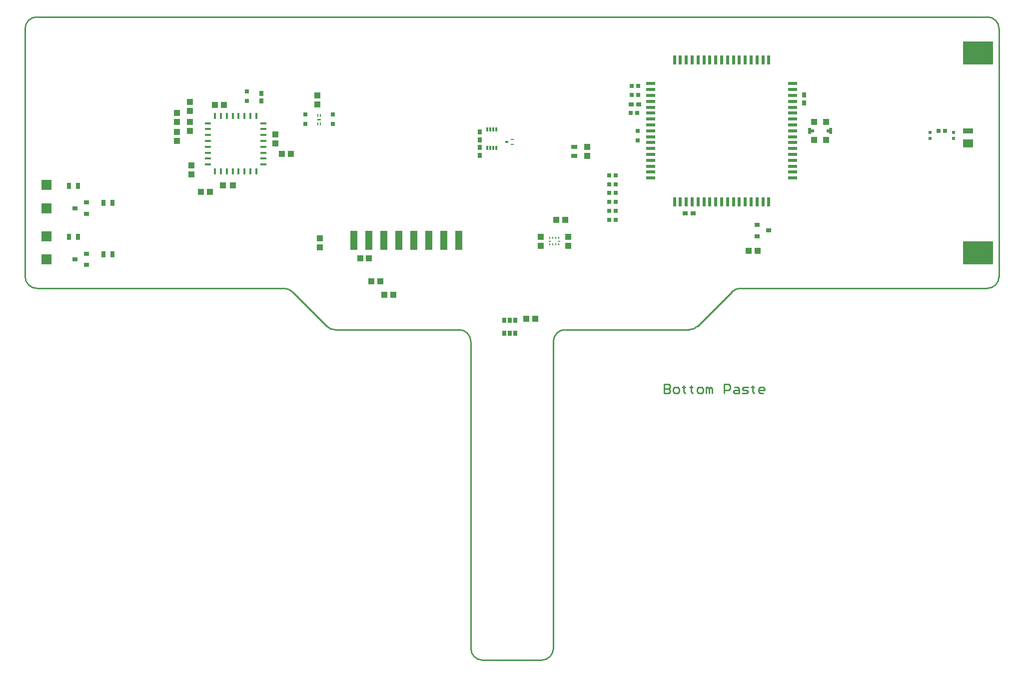
<source format=gbp>
G04 Layer_Color=128*
%FSLAX43Y43*%
%MOMM*%
G71*
G01*
G75*
%ADD11R,0.750X0.700*%
%ADD12R,1.020X1.020*%
%ADD14R,0.900X0.700*%
%ADD18R,0.700X1.000*%
%ADD22R,1.020X1.020*%
%ADD27R,0.700X0.900*%
%ADD28R,0.800X0.800*%
%ADD45C,0.254*%
%ADD62R,1.100X1.000*%
%ADD63R,0.350X1.000*%
%ADD64R,1.000X0.350*%
%ADD65R,0.520X0.360*%
%ADD66R,0.520X0.270*%
%ADD67R,0.300X0.800*%
%ADD68R,0.350X0.250*%
%ADD69R,0.250X0.350*%
%ADD70R,1.600X0.600*%
%ADD71R,0.600X1.600*%
%ADD72R,1.778X1.778*%
%ADD73R,1.270X3.175*%
%ADD74R,0.500X0.500*%
%ADD75R,0.525X1.000*%
%ADD76R,1.000X1.000*%
%ADD77R,0.599X0.500*%
%ADD78R,0.900X0.800*%
%ADD79R,1.000X0.700*%
%ADD83R,0.250X0.500*%
%ADD160R,0.650X0.950*%
%ADD161R,5.150X3.950*%
%ADD162R,1.750X0.950*%
%ADD163R,1.700X1.400*%
G36*
X-32400Y86450D02*
X-33000D01*
Y86750D01*
X-32400D01*
Y86450D01*
D02*
G37*
D11*
X17575Y71150D02*
D03*
X16425D02*
D03*
X17575Y72650D02*
D03*
X16425D02*
D03*
X73375Y84700D02*
D03*
X72225D02*
D03*
X17575Y74150D02*
D03*
X16425D02*
D03*
X17575Y69650D02*
D03*
X16425D02*
D03*
X17575Y75660D02*
D03*
X16425D02*
D03*
X17575Y77160D02*
D03*
X16425D02*
D03*
X20063Y87694D02*
D03*
X21213D02*
D03*
X20225Y90800D02*
D03*
X21375D02*
D03*
X20225Y92300D02*
D03*
X21375D02*
D03*
D12*
X-52718Y74316D02*
D03*
X-51198D02*
D03*
X-48803Y89107D02*
D03*
X-50323D02*
D03*
X-38991Y80765D02*
D03*
X-37471D02*
D03*
X2424Y52831D02*
D03*
X3944D02*
D03*
X-23825Y59199D02*
D03*
X-22305D02*
D03*
X-21611Y56939D02*
D03*
X-20091D02*
D03*
X-24235Y63083D02*
D03*
X-25755D02*
D03*
X40040Y64400D02*
D03*
X41560D02*
D03*
X8998Y69593D02*
D03*
X7478D02*
D03*
D14*
X29350Y70714D02*
D03*
X30650D02*
D03*
X20175Y89200D02*
D03*
X21475D02*
D03*
D18*
X-69250Y72500D02*
D03*
X-67750D02*
D03*
X-69250Y63800D02*
D03*
X-67750D02*
D03*
X-73550Y66700D02*
D03*
X-75050D02*
D03*
X-73550Y75400D02*
D03*
X-75050D02*
D03*
D22*
X-54339Y77288D02*
D03*
Y78808D02*
D03*
X-54589Y88067D02*
D03*
Y89587D02*
D03*
Y84724D02*
D03*
Y86244D02*
D03*
X-56804Y86229D02*
D03*
Y87749D02*
D03*
X-56790Y82983D02*
D03*
Y84503D02*
D03*
X-40126Y82591D02*
D03*
Y84111D02*
D03*
X-32546Y64947D02*
D03*
Y66467D02*
D03*
X9484Y65222D02*
D03*
Y66742D02*
D03*
X12700Y81960D02*
D03*
Y80440D02*
D03*
X-33000Y89140D02*
D03*
Y90660D02*
D03*
X4811Y65186D02*
D03*
Y66706D02*
D03*
D27*
X-42481Y89730D02*
D03*
Y91030D02*
D03*
X-5460Y84491D02*
D03*
Y83191D02*
D03*
X-5447Y81849D02*
D03*
Y80549D02*
D03*
X49500Y89450D02*
D03*
Y90750D02*
D03*
D28*
X-44967Y89746D02*
D03*
Y91346D02*
D03*
X21250Y84700D02*
D03*
Y83100D02*
D03*
X-35000Y85900D02*
D03*
Y87500D02*
D03*
X-30400Y85900D02*
D03*
Y87500D02*
D03*
D45*
X25800Y41724D02*
Y40200D01*
X26562D01*
X26816Y40454D01*
Y40708D01*
X26562Y40962D01*
X25800D01*
X26562D01*
X26816Y41216D01*
Y41470D01*
X26562Y41724D01*
X25800D01*
X27577Y40200D02*
X28085D01*
X28339Y40454D01*
Y40962D01*
X28085Y41216D01*
X27577D01*
X27324Y40962D01*
Y40454D01*
X27577Y40200D01*
X29101Y41470D02*
Y41216D01*
X28847D01*
X29355D01*
X29101D01*
Y40454D01*
X29355Y40200D01*
X30371Y41470D02*
Y41216D01*
X30117D01*
X30624D01*
X30371D01*
Y40454D01*
X30624Y40200D01*
X31640D02*
X32148D01*
X32402Y40454D01*
Y40962D01*
X32148Y41216D01*
X31640D01*
X31386Y40962D01*
Y40454D01*
X31640Y40200D01*
X32910D02*
Y41216D01*
X33164D01*
X33418Y40962D01*
Y40200D01*
Y40962D01*
X33671Y41216D01*
X33925Y40962D01*
Y40200D01*
X35957D02*
Y41724D01*
X36718D01*
X36972Y41470D01*
Y40962D01*
X36718Y40708D01*
X35957D01*
X37734Y41216D02*
X38242D01*
X38496Y40962D01*
Y40200D01*
X37734D01*
X37480Y40454D01*
X37734Y40708D01*
X38496D01*
X39004Y40200D02*
X39765D01*
X40019Y40454D01*
X39765Y40708D01*
X39258D01*
X39004Y40962D01*
X39258Y41216D01*
X40019D01*
X40781Y41470D02*
Y41216D01*
X40527D01*
X41035D01*
X40781D01*
Y40454D01*
X41035Y40200D01*
X42559D02*
X42051D01*
X41797Y40454D01*
Y40962D01*
X42051Y41216D01*
X42559D01*
X42812Y40962D01*
Y40708D01*
X41797D01*
X5000Y-5000D02*
G03*
X7000Y-3000I0J2000D01*
G01*
X-7000D02*
G03*
X-5000Y-5000I2000J0D01*
G01*
X-7000Y49000D02*
G03*
X-9000Y51000I-2000J0D01*
G01*
X-31414Y51586D02*
G03*
X-30000Y51000I1414J1414D01*
G01*
X-37243Y57414D02*
G03*
X-38657Y58000I-1414J-1414D01*
G01*
X-82500Y60000D02*
G03*
X-80500Y58000I2000J0D01*
G01*
Y104000D02*
G03*
X-82500Y102000I0J-2000D01*
G01*
X82500D02*
G03*
X80500Y104000I-2000J0D01*
G01*
Y58000D02*
G03*
X82500Y60000I0J2000D01*
G01*
X38657Y58000D02*
G03*
X37243Y57414I0J-2000D01*
G01*
X30000Y51000D02*
G03*
X31414Y51586I0J2000D01*
G01*
X9000Y51000D02*
G03*
X7000Y49000I0J-2000D01*
G01*
X7000Y-3000D02*
Y49000D01*
X-5000Y-5000D02*
X5000D01*
X-7000Y-3000D02*
Y49000D01*
X-30000Y51000D02*
X-9000D01*
X-37243Y57414D02*
X-31414Y51586D01*
X-80500Y58000D02*
X-38657D01*
X-82500Y60000D02*
Y102000D01*
X-80500Y104000D02*
X80500D01*
X82500Y60000D02*
Y102000D01*
X38657Y58000D02*
X80500D01*
X31414Y51586D02*
X37243Y57414D01*
X9000Y51000D02*
X30000D01*
D62*
X-48963Y75457D02*
D03*
X-47263D02*
D03*
D63*
X-50331Y77789D02*
D03*
X-49331D02*
D03*
X-48331D02*
D03*
X-47331D02*
D03*
X-46331D02*
D03*
X-45331D02*
D03*
X-44331D02*
D03*
X-43331D02*
D03*
X-50331Y87189D02*
D03*
X-49331D02*
D03*
X-48331D02*
D03*
X-47331D02*
D03*
X-46331D02*
D03*
X-45331D02*
D03*
X-44331D02*
D03*
X-43331D02*
D03*
D64*
X-51531Y78989D02*
D03*
Y79989D02*
D03*
Y80989D02*
D03*
Y81989D02*
D03*
Y82989D02*
D03*
Y83989D02*
D03*
Y84989D02*
D03*
Y85989D02*
D03*
X-42131Y78989D02*
D03*
Y79989D02*
D03*
Y80989D02*
D03*
Y81989D02*
D03*
Y82989D02*
D03*
Y83989D02*
D03*
Y84989D02*
D03*
Y85989D02*
D03*
D65*
X-943Y82805D02*
D03*
D66*
X57Y83205D02*
D03*
Y82405D02*
D03*
D67*
X-4182Y81816D02*
D03*
X-3682D02*
D03*
X-3182D02*
D03*
X-2682D02*
D03*
Y84916D02*
D03*
X-3182D02*
D03*
X-3682D02*
D03*
X-4182D02*
D03*
D68*
X7966Y65981D02*
D03*
X6346D02*
D03*
D69*
X6906Y65421D02*
D03*
Y66541D02*
D03*
X7906D02*
D03*
X7406D02*
D03*
X6406D02*
D03*
Y65421D02*
D03*
X7906D02*
D03*
X7406D02*
D03*
D70*
X47500Y76700D02*
D03*
Y77700D02*
D03*
Y78700D02*
D03*
Y79700D02*
D03*
Y80700D02*
D03*
Y81700D02*
D03*
Y82700D02*
D03*
Y83700D02*
D03*
Y84700D02*
D03*
Y85700D02*
D03*
Y86700D02*
D03*
Y87700D02*
D03*
Y88700D02*
D03*
Y89700D02*
D03*
Y90700D02*
D03*
Y91700D02*
D03*
Y92700D02*
D03*
X23500Y92700D02*
D03*
Y91700D02*
D03*
Y90700D02*
D03*
Y89700D02*
D03*
Y88700D02*
D03*
Y87700D02*
D03*
Y86700D02*
D03*
Y85700D02*
D03*
Y84700D02*
D03*
Y83700D02*
D03*
Y82700D02*
D03*
Y81700D02*
D03*
Y80700D02*
D03*
Y79700D02*
D03*
Y78700D02*
D03*
Y77700D02*
D03*
Y76700D02*
D03*
D71*
X43500Y96700D02*
D03*
X42500D02*
D03*
X41500D02*
D03*
X40500D02*
D03*
X39500D02*
D03*
X38500D02*
D03*
X37500D02*
D03*
X36500D02*
D03*
X35500D02*
D03*
X34500D02*
D03*
X33500D02*
D03*
X32500D02*
D03*
X31500D02*
D03*
X30500D02*
D03*
X29500D02*
D03*
X28500D02*
D03*
X27500D02*
D03*
X27500Y72700D02*
D03*
X28500D02*
D03*
X29500D02*
D03*
X30500D02*
D03*
X31500D02*
D03*
X32500D02*
D03*
X33500D02*
D03*
X34500D02*
D03*
X35500D02*
D03*
X36500D02*
D03*
X37500D02*
D03*
X38500D02*
D03*
X39500D02*
D03*
X40500D02*
D03*
X41500D02*
D03*
X42500D02*
D03*
X43500D02*
D03*
D72*
X-78900Y71592D02*
D03*
Y75529D02*
D03*
Y62892D02*
D03*
Y66829D02*
D03*
D73*
X-26786Y66136D02*
D03*
X-24246Y66136D02*
D03*
X-21706Y66136D02*
D03*
X-19166Y66136D02*
D03*
X-16626Y66136D02*
D03*
X-14086Y66136D02*
D03*
X-9006D02*
D03*
X-11546Y66136D02*
D03*
D74*
X53500Y84700D02*
D03*
X50900D02*
D03*
D75*
X53975D02*
D03*
X50425D02*
D03*
D76*
X51200Y86200D02*
D03*
X53200D02*
D03*
X51200Y83200D02*
D03*
X53200D02*
D03*
D77*
X70800Y84400D02*
D03*
Y83400D02*
D03*
X74800Y84400D02*
D03*
Y83400D02*
D03*
D78*
X41500Y66850D02*
D03*
Y68750D02*
D03*
X43500Y67800D02*
D03*
X-72100Y63850D02*
D03*
Y61950D02*
D03*
X-74100Y62900D02*
D03*
X-72100Y72550D02*
D03*
Y70650D02*
D03*
X-74100Y71600D02*
D03*
D79*
X10500Y81950D02*
D03*
Y80450D02*
D03*
D83*
X-32950Y85900D02*
D03*
Y87300D02*
D03*
X-32450D02*
D03*
Y85900D02*
D03*
D160*
X-1342Y50355D02*
D03*
Y52555D02*
D03*
X-392D02*
D03*
X558D02*
D03*
Y50355D02*
D03*
X-392D02*
D03*
D161*
X78900Y64000D02*
D03*
Y97900D02*
D03*
D162*
X77200Y84650D02*
D03*
D163*
X77250Y82600D02*
D03*
M02*

</source>
